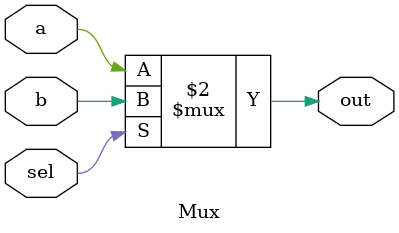
<source format=v>
/*
 * id: 3
 * logic_id: 100
 * name: 2选1MUX
 * level: 1
 * tags: 
 * points: 1
 */

module Mux(
    input sel,
    input a,
    input b,
    output out
);
    // 在这里输入你的代码 请不要修改模块和信号名称
    assign out = (sel == 1'b0) ? a : b;
endmodule
</source>
